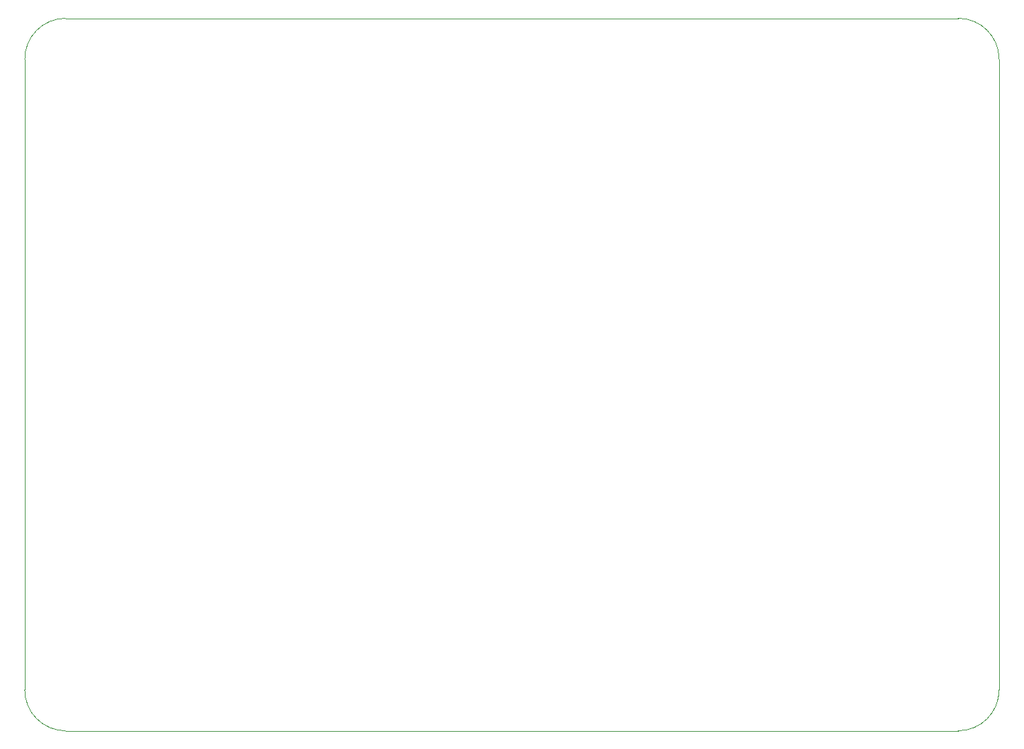
<source format=gm1>
G04 #@! TF.GenerationSoftware,KiCad,Pcbnew,7.0.1*
G04 #@! TF.CreationDate,2023-10-22T20:19:39-04:00*
G04 #@! TF.ProjectId,battery_charging_devboard,62617474-6572-4795-9f63-68617267696e,rev?*
G04 #@! TF.SameCoordinates,Original*
G04 #@! TF.FileFunction,Profile,NP*
%FSLAX46Y46*%
G04 Gerber Fmt 4.6, Leading zero omitted, Abs format (unit mm)*
G04 Created by KiCad (PCBNEW 7.0.1) date 2023-10-22 20:19:39*
%MOMM*%
%LPD*%
G01*
G04 APERTURE LIST*
G04 #@! TA.AperFunction,Profile*
%ADD10C,0.100000*%
G04 #@! TD*
G04 APERTURE END LIST*
D10*
X38535534Y-121464466D02*
X38535534Y-44000000D01*
X158000000Y-44000000D02*
G75*
G03*
X153000000Y-39000000I-5000000J0D01*
G01*
X38535534Y-121464466D02*
G75*
G03*
X43535534Y-126464466I4999996J-4D01*
G01*
X153000000Y-126464466D02*
X43535534Y-126464466D01*
X158000000Y-121464466D02*
X158000000Y-44000000D01*
X43535534Y-39000000D02*
X153000000Y-39000000D01*
X43535534Y-39000004D02*
G75*
G03*
X38535534Y-44000000I-4J-4999996D01*
G01*
X153000000Y-126464500D02*
G75*
G03*
X158000000Y-121464466I0J5000000D01*
G01*
M02*

</source>
